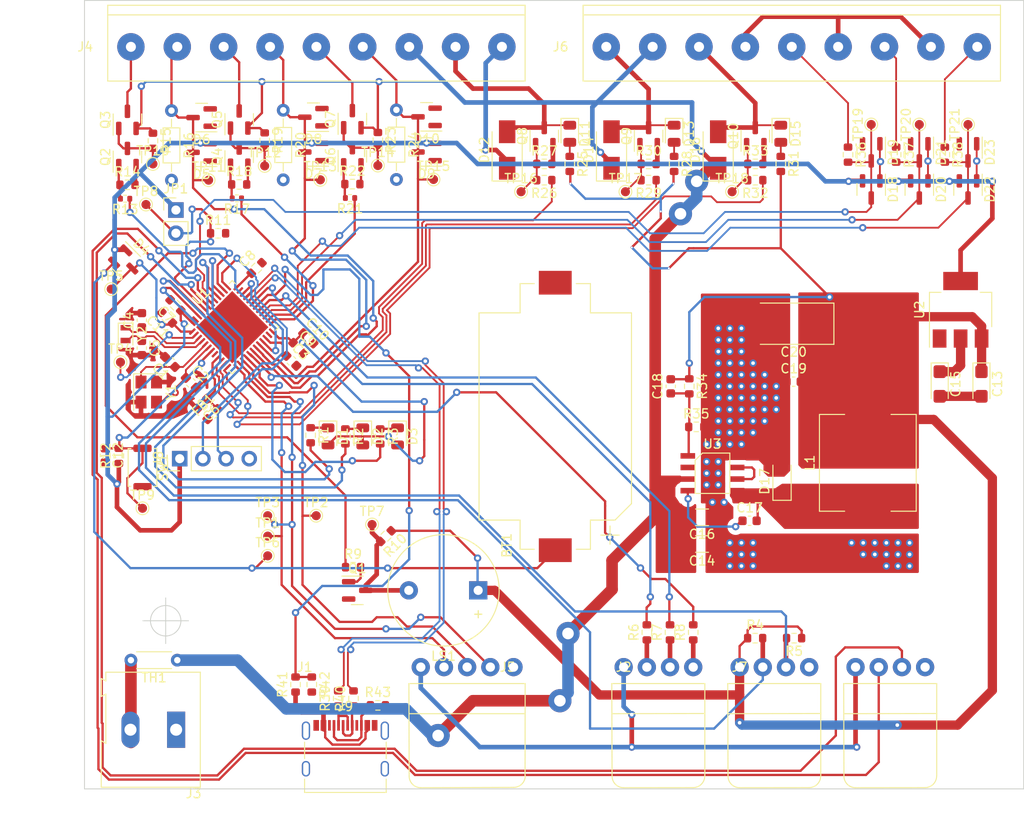
<source format=kicad_pcb>
(kicad_pcb (version 20211014) (generator pcbnew)

  (general
    (thickness 1.6)
  )

  (paper "A4")
  (title_block
    (title "FloatPUMP Basic Boards")
    (date "2022-11-22")
    (rev "1.0")
    (company "www.robtor.de")
  )

  (layers
    (0 "F.Cu" signal)
    (31 "B.Cu" signal)
    (32 "B.Adhes" user "B.Adhesive")
    (33 "F.Adhes" user "F.Adhesive")
    (34 "B.Paste" user)
    (35 "F.Paste" user)
    (36 "B.SilkS" user "B.Silkscreen")
    (37 "F.SilkS" user "F.Silkscreen")
    (38 "B.Mask" user)
    (39 "F.Mask" user)
    (40 "Dwgs.User" user "User.Drawings")
    (41 "Cmts.User" user "User.Comments")
    (42 "Eco1.User" user "User.Eco1")
    (43 "Eco2.User" user "User.Eco2")
    (44 "Edge.Cuts" user)
    (45 "Margin" user)
    (46 "B.CrtYd" user "B.Courtyard")
    (47 "F.CrtYd" user "F.Courtyard")
    (48 "B.Fab" user)
    (49 "F.Fab" user)
    (50 "User.1" user)
    (51 "User.2" user)
    (52 "User.3" user)
    (53 "User.4" user)
    (54 "User.5" user)
    (55 "User.6" user)
    (56 "User.7" user)
    (57 "User.8" user)
    (58 "User.9" user)
  )

  (setup
    (stackup
      (layer "F.SilkS" (type "Top Silk Screen"))
      (layer "F.Paste" (type "Top Solder Paste"))
      (layer "F.Mask" (type "Top Solder Mask") (thickness 0.01))
      (layer "F.Cu" (type "copper") (thickness 0.035))
      (layer "dielectric 1" (type "core") (thickness 1.51) (material "FR4") (epsilon_r 4.5) (loss_tangent 0.02))
      (layer "B.Cu" (type "copper") (thickness 0.035))
      (layer "B.Mask" (type "Bottom Solder Mask") (thickness 0.01))
      (layer "B.Paste" (type "Bottom Solder Paste"))
      (layer "B.SilkS" (type "Bottom Silk Screen"))
      (copper_finish "None")
      (dielectric_constraints no)
    )
    (pad_to_mask_clearance 0)
    (pcbplotparams
      (layerselection 0x00010fc_ffffffff)
      (disableapertmacros false)
      (usegerberextensions false)
      (usegerberattributes true)
      (usegerberadvancedattributes true)
      (creategerberjobfile true)
      (svguseinch false)
      (svgprecision 6)
      (excludeedgelayer true)
      (plotframeref false)
      (viasonmask false)
      (mode 1)
      (useauxorigin false)
      (hpglpennumber 1)
      (hpglpenspeed 20)
      (hpglpendiameter 15.000000)
      (dxfpolygonmode true)
      (dxfimperialunits true)
      (dxfusepcbnewfont true)
      (psnegative false)
      (psa4output false)
      (plotreference true)
      (plotvalue true)
      (plotinvisibletext false)
      (sketchpadsonfab false)
      (subtractmaskfromsilk false)
      (outputformat 1)
      (mirror false)
      (drillshape 1)
      (scaleselection 1)
      (outputdirectory "")
    )
  )

  (net 0 "")
  (net 1 "/cryst1+")
  (net 2 "GND")
  (net 3 "/cryst1-")
  (net 4 "Net-(C3-Pad1)")
  (net 5 "/cryst2+")
  (net 6 "/cryst2-")
  (net 7 "Net-(C6-Pad1)")
  (net 8 "/VBAT")
  (net 9 "/NRST")
  (net 10 "Net-(D1-Pad1)")
  (net 11 "+3.3V")
  (net 12 "Net-(D2-Pad1)")
  (net 13 "Net-(D3-Pad1)")
  (net 14 "/VB")
  (net 15 "T11")
  (net 16 "T13")
  (net 17 "T15")
  (net 18 "T17")
  (net 19 "Net-(C17-Pad1)")
  (net 20 "Net-(C17-Pad2)")
  (net 21 "T20")
  (net 22 "Net-(D11-Pad2)")
  (net 23 "/GPI0")
  (net 24 "/GPI1")
  (net 25 "/GPI2")
  (net 26 "/RRDT")
  (net 27 "/RRCLK")
  (net 28 "/RRSW")
  (net 29 "+5V")
  (net 30 "/I2C1_SDA")
  (net 31 "/I2C1_SCL")
  (net 32 "/USART1_TX")
  (net 33 "/USART1_RX")
  (net 34 "/SWDIO")
  (net 35 "/SWCLK")
  (net 36 "T22")
  (net 37 "unconnected-(J9-PadA8)")
  (net 38 "unconnected-(J9-PadB8)")
  (net 39 "T10")
  (net 40 "T12")
  (net 41 "T14")
  (net 42 "/BOOT0")
  (net 43 "T24")
  (net 44 "T26")
  (net 45 "T28")
  (net 46 "Net-(D13-Pad2)")
  (net 47 "Net-(LS1-Pad2)")
  (net 48 "Net-(Q2-Pad1)")
  (net 49 "Net-(Q2-Pad3)")
  (net 50 "Net-(D15-Pad2)")
  (net 51 "Net-(Q8-Pad1)")
  (net 52 "Net-(Q9-Pad1)")
  (net 53 "Net-(Q10-Pad1)")
  (net 54 "/LED0")
  (net 55 "/LED1")
  (net 56 "/LED2")
  (net 57 "/LED5")
  (net 58 "/LED4")
  (net 59 "/LED3")
  (net 60 "/BEEP")
  (net 61 "/MPWR0")
  (net 62 "/MPWR1")
  (net 63 "/MPWR2")
  (net 64 "/OCHAN0")
  (net 65 "/OCHAN1")
  (net 66 "/OCHAN2")
  (net 67 "/usb_conn/U_D-")
  (net 68 "/USB_FS_D-")
  (net 69 "/usb_conn/U_D+")
  (net 70 "/USB_FS_D+")
  (net 71 "/usb_conn/U_VBUS")
  (net 72 "/USB_FS_VBUS")
  (net 73 "/usb_conn/CC")
  (net 74 "Net-(Q1-Pad1)")
  (net 75 "Net-(Q4-Pad1)")
  (net 76 "Net-(Q4-Pad3)")
  (net 77 "Net-(Q6-Pad1)")
  (net 78 "Net-(Q6-Pad3)")
  (net 79 "Net-(C18-Pad1)")
  (net 80 "Net-(TP4-Pad1)")
  (net 81 "Net-(U3-Pad6)")
  (net 82 "T18")
  (net 83 "T27")
  (net 84 "Net-(J5-Pad2)")
  (net 85 "Net-(J5-Pad3)")
  (net 86 "Net-(J5-Pad4)")
  (net 87 "Net-(J3-Pad2)")

  (footprint "Package_TO_SOT_SMD:SOT-23" (layer "F.Cu") (at 42.3395 89.49575 90))

  (footprint "Resistor_SMD:R_0603_1608Metric" (layer "F.Cu") (at 48.819451 110.461996 -45))

  (footprint "Resistor_SMD:R_0603_1608Metric" (layer "F.Cu") (at 49.911651 109.395196 -45))

  (footprint "TestPoint:TestPoint_Pad_D1.0mm" (layer "F.Cu") (at 57.531 90.4725))

  (footprint "Resistor_SMD:R_0603_1608Metric" (layer "F.Cu") (at 86.995 141.605 90))

  (footprint "Package_TO_SOT_SMD:SOT-23" (layer "F.Cu") (at 38.227 85.217 180))

  (footprint "Resistor_SMD:R_0603_1608Metric" (layer "F.Cu") (at 57.531 87.6785 -90))

  (footprint "TestPoint:TestPoint_Pad_D1.0mm" (layer "F.Cu") (at 84.648 93.343))

  (footprint "LED_SMD:LED_0805_2012Metric" (layer "F.Cu") (at 89.982 86.993 -90))

  (footprint "TerminalBlock:TerminalBlock_Altech_AK300-2_P5.00mm" (layer "F.Cu") (at 35.433 152.273 180))

  (footprint "Capacitor_SMD:C_0603_1608Metric" (layer "F.Cu") (at 98.2472 129.3876))

  (footprint "TestPoint:TestPoint_Pad_D1.0mm" (layer "F.Cu") (at 111.572 85.979 90))

  (footprint "Resistor_SMD:R_0603_1608Metric" (layer "F.Cu") (at 75.758 92.073 180))

  (footprint "Crystal:Crystal_SMD_2012-2Pin_2.0x1.2mm" (layer "F.Cu") (at 29.896451 108.937996 -90))

  (footprint "Resistor_SMD:R_0603_1608Metric" (layer "F.Cu") (at 53.975 120.142 -90))

  (footprint "Diode_SMD:D_SOD-123F" (layer "F.Cu") (at 101.8032 124.9426 90))

  (footprint "Connector_USB:USB_C_Receptacle_Palconn_UTC16-G" (layer "F.Cu") (at 53.975 154.305))

  (footprint "Resistor_THT:R_Axial_DIN0204_L3.6mm_D1.6mm_P7.62mm_Horizontal" (layer "F.Cu") (at 34.925 84.455 -90))

  (footprint "Resistor_SMD:R_0603_1608Metric" (layer "F.Cu") (at 101.666 90.295 -90))

  (footprint "Resistor_SMD:R_0402_1005Metric" (layer "F.Cu") (at 54.483 94.0285 180))

  (footprint "TestPoint:TestPoint_Pad_D1.0mm" (layer "F.Cu") (at 63.627 91.9965))

  (footprint "custom_parts:CAMBLOCK CTB0509-9" (layer "F.Cu") (at 30.48 77.47))

  (footprint "Package_TO_SOT_SMD:SOT-23" (layer "F.Cu") (at 54.737 85.3925 90))

  (footprint "Resistor_SMD:R_0603_1608Metric" (layer "F.Cu") (at 91.6432 114.6556 -90))

  (footprint "Package_TO_SOT_SMD:SOT-23" (layer "F.Cu") (at 98.872 87.247 90))

  (footprint "Capacitor_SMD:C_0603_1608Metric" (layer "F.Cu") (at 38.278451 116.557996 -135))

  (footprint "Resistor_SMD:R_0603_1608Metric" (layer "F.Cu") (at 48.514 147.32 90))

  (footprint "custom_parts:2542R-04" (layer "F.Cu") (at 97.155 145.415))

  (footprint "Package_TO_SOT_SMD:SOT-23" (layer "F.Cu") (at 62.865 85.1385 180))

  (footprint "TestPoint:TestPoint_Pad_D1.0mm" (layer "F.Cu") (at 122.174 85.979 90))

  (footprint "Resistor_SMD:R_0603_1608Metric" (layer "F.Cu") (at 34.4424 107.1372 135))

  (footprint "TestPoint:TestPoint_Pad_D1.0mm" (layer "F.Cu") (at 45.1335 90.51175))

  (footprint "Resistor_SMD:R_0603_1608Metric" (layer "F.Cu") (at 75.758 90.295))

  (footprint "Resistor_SMD:R_0603_1608Metric" (layer "F.Cu") (at 35.357451 105.762996 135))

  (footprint "Package_TO_SOT_SMD:SOT-23" (layer "F.Cu") (at 116.84 93.091 -90))

  (footprint "custom_parts:MP9486A-SOIC-8" (layer "F.Cu") (at 94.1832 124.1806 -90))

  (footprint "Capacitor_Tantalum_SMD:CP_EIA-7343-31_Kemet-D" (layer "F.Cu") (at 103.0732 107.7976 180))

  (footprint "TestPoint:TestPoint_Pad_D1.0mm" (layer "F.Cu") (at 38.989 92.075))

  (footprint "custom_parts:L_MS1040-330M" (layer "F.Cu") (at 111.2012 123.0376 90))

  (footprint "Resistor_SMD:R_0603_1608Metric" (layer "F.Cu") (at 42.3395 92.54375))

  (footprint "Resistor_SMD:R_0603_1608Metric" (layer "F.Cu") (at 119.634 89.281 -90))

  (footprint "Capacitor_SMD:C_0603_1608Metric" (layer "F.Cu") (at 31.674451 110.461996 -90))

  (footprint "TestPoint:TestPoint_Pad_D1.0mm" (layer "F.Cu") (at 31.75 128.016))

  (footprint "Resistor_THT:R_Axial_DIN0204_L3.6mm_D1.6mm_P5.08mm_Horizontal" (layer "F.Cu") (at 35.56 144.653 180))

  (footprint "Package_TO_SOT_SMD:SOT-23" (layer "F.Cu") (at 42.3395 85.43175 90))

  (footprint "Resistor_SMD:R_0603_1608Metric" (layer "F.Cu") (at 54.8132 134.4676))

  (footprint "Resistor_SMD:R_0603_1608Metric" (layer "F.Cu") (at 57.785 120.142 -90))

  (footprint "TestPoint:TestPoint_Pad_D1.0mm" (layer "F.Cu") (at 73.218 93.343))

  (footprint "Package_TO_SOT_SMD:SOT-23" (layer "F.Cu") (at 62.865 88.98775 180))

  (footprint "Capacitor_SMD:C_0603_1608Metric" (layer "F.Cu") (at 37.048459 114.271996 -45))

  (footprint "Package_TO_SOT_SMD:SOT-23" (layer "F.Cu") (at 30.099 89.535 90))

  (footprint "Package_TO_SOT_SMD:SOT-223-3_TabPin2" (layer "F.Cu") (at 121.3612 106.2736 90))

  (footprint "Battery:BatteryHolder_Keystone_1060_1x2032" (layer "F.Cu") (at 76.962 117.9576 90))

  (footprint "TestPoint:TestPoint_Pad_D1.0mm" (layer "F.Cu") (at 56.896 129.794))

  (footprint "TestPoint:TestPoint_Pad_D1.0mm" (layer "F.Cu") (at 51.2295 92.03575))

  (footprint "TestPoint:TestPoint_Pad_D1.0mm" (layer "F.Cu") (at 50.7746 128.8288))

  (footprint "Capacitor_SMD:C_0603_1608Metric" (layer "F.Cu") (at 89.6112 114.6556 90))

  (footprint "LED_SMD:LED_0805_2012Metric" (layer "F.Cu") (at 52.07 120.142 -90))

  (footprint "Package_TO_SOT_SMD:SOT-23" (layer "F.Cu") (at 50.4675 88.98775 180))

  (footprint "Resistor_SMD:R_0603_1608Metric" (layer "F.Cu") (at 30.099 92.583))

  (footprint "Buzzer_Beeper:Buzzer_12x9.5RM7.6" (layer "F.Cu")
    (tedit 5A030281) (tstamp 6fa31809-d81f-41c6-bea0-d8fd9790f4ff)
    (at 68.5192 137.0076 180)
    (descr "Generic Buzzer, D12mm height 9.5mm with RM7.6mm")
    (tags "buzzer")
    (property "Sheetfile" "FloatPUMP.kicad_sch")
    (property "Sheetname" "")
    (path "/cec8e67e-7fd3-401e-a417-3621aeb04922")
    (attr through_hole)
    (fp_text reference "LS1" (at 3.8 -7.2) (layer "F.SilkS")
      (effects (font (size 1 1) (thickness 0.15)))
      (tstamp f06b00bd-a1ad-40d3-85ad-f55ac52084dd)
    )
    (fp_text value "Speaker" (at 3.8 7.4) (layer "F.Fab")
      (effects (font (size 1 1) (thickness 0.15)))
      (tstamp 1d106cb0-a79f-4b4f-a301-e338edea91d7)
    )
    (fp_text user "+" (at -0.01 -2.54) (layer "F.SilkS")
      (effects (font (size 1 1) (thickness 0.15)))
      (tstamp c8a58ae1-6549-496f-8aba-20b165a0b1c1)
    )
    (fp_text user "+" (at -0.01 -2.54) (layer "F.Fab")
      (effects (font (size 1 1) (thickness 0.15)))
      (tstamp 2a2bedb2-a4b1-40a8-bea2-217b99d126d6)
    )
    (fp_text user "${REFERENCE}" (at 3.8 -4) (layer "F.Fab")
      (effects (font (size 1 1) (thickness 0.15)))
      (tstamp 91f1c12b-5578-42ed-b947-5a4d6cf21a19)
    )
    (fp_circle (center 3.8 0) (end 9.9 0) (layer "F.SilkS") (width 0.12) (fill none) (tstamp b1751386-2c55-46ea-8b97-1a4072db2991))
    (fp_circle (center 3.8 0) (end 10.05 0) (layer "F.CrtYd") (width 0.05) (fill none) (tstamp 512930a1-e26a-439c-a01b-411f35d48130))
    (fp_circle (center 3.8 0) (end 9.8 0) (layer "F.Fab") (width 0.1) (fill none) (tstamp 20d8fbbb-acd9-475c-b4a3-d2b56f0cffbe))
    (fp_circle (center 3.8 0) (end 4.8 0) (layer "F.Fab") (width 0.1) (fill none) (tstamp 285fcece-bc3c-442c-87bf-7a338b26a67d))
    (pad "1" thru_hole rect (at 0 0 180) (size 2 2) (drill 1) (layers *.Cu *.Mask)
      (net 29 "+5V") (pinfunction "1") (pintype "input") (tstamp 70964a43-56f4-4a47-878b-0c7c2ff835c4))
    (pad "2" thru_hole circle (at 7.6 0 180) (size 2 2) (drill 1) (layers *.Cu *.Mask)
      (net 47 "Net-(LS1-Pad2)") (pinfunction "2") (pintype "input") (tstamp b8f4855c-32db-4099-ba19-7a04e38cc097))
    (model "${KICAD6_3DMODEL_DIR}/Buzzer_Beeper.3dshapes/Buzzer_12x9.5RM7.6.wrl"
      (offset (xyz 0 0 0)
... [469221 chars truncated]
</source>
